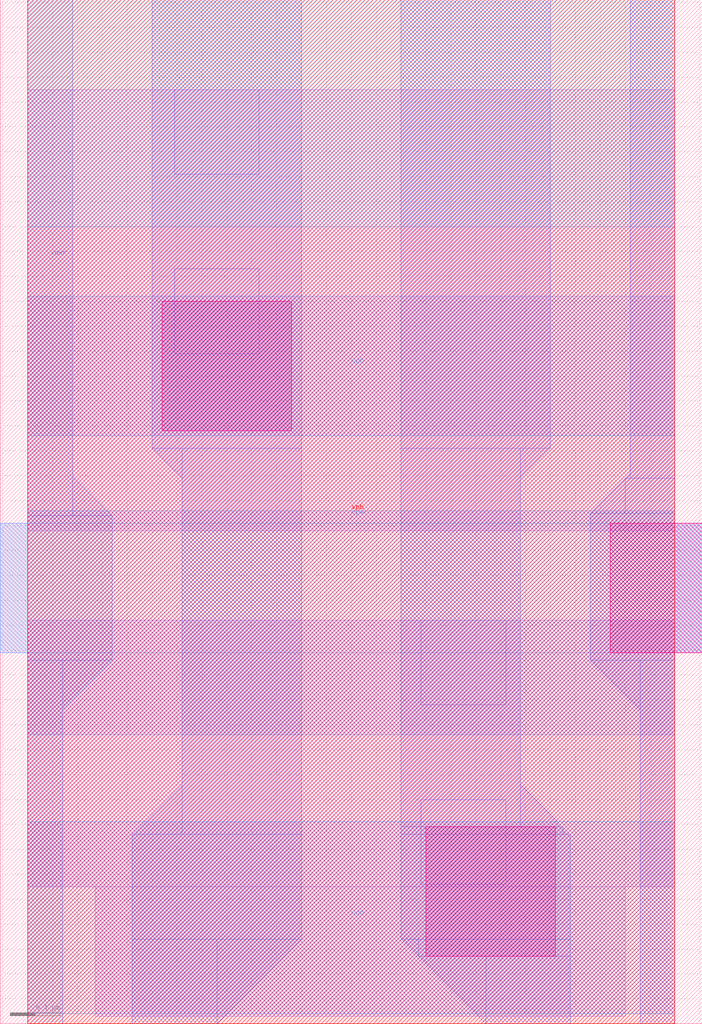
<source format=lef>
# Copyright 2020 The SkyWater PDK Authors
#
# Licensed under the Apache License, Version 2.0 (the "License");
# you may not use this file except in compliance with the License.
# You may obtain a copy of the License at
#
#     https://www.apache.org/licenses/LICENSE-2.0
#
# Unless required by applicable law or agreed to in writing, software
# distributed under the License is distributed on an "AS IS" BASIS,
# WITHOUT WARRANTIES OR CONDITIONS OF ANY KIND, either express or implied.
# See the License for the specific language governing permissions and
# limitations under the License.
#
# SPDX-License-Identifier: Apache-2.0

VERSION 5.7 ;
  NOWIREEXTENSIONATPIN ON ;
  DIVIDERCHAR "/" ;
  BUSBITCHARS "[]" ;
MACRO sky130_fd_bd_sram__sram_sp_colenda_cent
  CLASS BLOCK ;
  FOREIGN sky130_fd_bd_sram__sram_sp_colenda_cent ;
  ORIGIN  0.055000  0.000000 ;
  SIZE  1.410000 BY  2.055000 ;
  PIN vnb
    PORT
      LAYER met2 ;
        RECT 0.000000 0.020000 1.300000 0.405000 ;
    END
  END vnb
  PIN vpb
    ANTENNADIFFAREA  2.034500 ;
    PORT
      LAYER met2 ;
        RECT 0.000000 1.180000 1.300000 1.460000 ;
      LAYER nwell ;
        RECT 0.000000 0.000000 1.300000 2.055000 ;
    END
  END vpb
  PIN vpwr
    PORT
      LAYER met1 ;
        POLYGON  0.070000 0.730000 0.170000 0.730000 0.070000 0.630000 ;
        POLYGON  0.090000 1.100000 0.170000 1.020000 0.090000 1.020000 ;
        RECT -0.055000 0.745000 0.170000 1.005000 ;
        RECT  0.000000 0.000000 0.070000 0.730000 ;
        RECT  0.000000 0.730000 0.170000 0.745000 ;
        RECT  0.000000 1.005000 0.170000 1.020000 ;
        RECT  0.000000 1.020000 0.090000 2.055000 ;
    END
    PORT
      LAYER met2 ;
        RECT -0.055000 0.745000 1.355000 1.005000 ;
        RECT  0.000000 0.580000 1.300000 0.745000 ;
        RECT  0.000000 1.005000 1.300000 1.030000 ;
    END
  END vpwr
  OBS
    LAYER li1 ;
      RECT 0.000000 0.275000 1.300000 0.810000 ;
      RECT 0.000000 0.990000 1.300000 1.875000 ;
      RECT 0.135000 0.015000 1.200000 0.275000 ;
    LAYER mcon ;
      RECT 0.295000 1.345000 0.465000 1.515000 ;
      RECT 0.295000 1.705000 0.465000 1.875000 ;
      RECT 0.790000 0.280000 0.960000 0.450000 ;
      RECT 0.790000 0.640000 0.960000 0.810000 ;
    LAYER met1 ;
      POLYGON 0.250000 1.155000 0.310000 1.155000 0.310000 1.095000 ;
      POLYGON 0.310000 0.480000 0.310000 0.380000 0.210000 0.380000 ;
      POLYGON 0.380000 0.170000 0.550000 0.170000 0.380000 0.000000 ;
      POLYGON 0.750000 0.170000 0.785000 0.170000 0.785000 0.135000 ;
      POLYGON 0.785000 0.135000 0.920000 0.135000 0.920000 0.000000 ;
      POLYGON 0.990000 0.480000 1.075000 0.395000 0.990000 0.395000 ;
      POLYGON 0.990000 1.155000 1.050000 1.155000 0.990000 1.095000 ;
      POLYGON 1.075000 0.395000 1.090000 0.380000 1.075000 0.380000 ;
      POLYGON 1.130000 0.730000 1.230000 0.730000 1.230000 0.630000 ;
      POLYGON 1.200000 1.095000 1.200000 1.025000 1.130000 1.025000 ;
      POLYGON 1.210000 1.105000 1.210000 1.095000 1.200000 1.095000 ;
      RECT 0.210000 0.000000 0.380000 0.170000 ;
      RECT 0.210000 0.170000 0.550000 0.380000 ;
      RECT 0.250000 1.155000 0.550000 2.055000 ;
      RECT 0.310000 0.380000 0.550000 1.155000 ;
      RECT 0.750000 0.170000 1.090000 0.380000 ;
      RECT 0.750000 0.380000 1.075000 0.395000 ;
      RECT 0.750000 0.395000 0.990000 1.155000 ;
      RECT 0.750000 1.155000 1.050000 2.055000 ;
      RECT 0.785000 0.135000 1.090000 0.170000 ;
      RECT 0.920000 0.000000 1.090000 0.135000 ;
      RECT 1.130000 0.730000 1.300000 0.745000 ;
      RECT 1.130000 0.745000 1.355000 1.005000 ;
      RECT 1.130000 1.005000 1.300000 1.025000 ;
      RECT 1.200000 1.025000 1.300000 1.095000 ;
      RECT 1.210000 1.095000 1.300000 2.055000 ;
      RECT 1.230000 0.000000 1.300000 0.730000 ;
    LAYER met2 ;
      RECT 0.000000 1.600000 1.300000 2.055000 ;
    LAYER via ;
      RECT 0.270000 1.190000 0.530000 1.450000 ;
      RECT 0.800000 0.135000 1.060000 0.395000 ;
      RECT 1.170000 0.745000 1.355000 1.005000 ;
  END
END sky130_fd_bd_sram__sram_sp_colenda_cent
END LIBRARY

</source>
